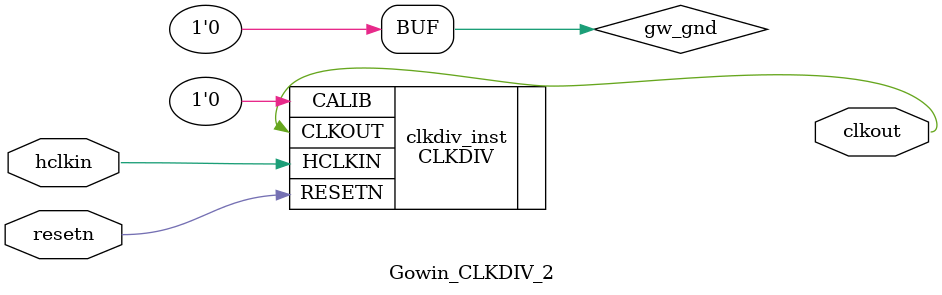
<source format=v>

module Gowin_CLKDIV_2 (clkout, hclkin, resetn);

output clkout;
input hclkin;
input resetn;

wire gw_gnd;

assign gw_gnd = 1'b0;

CLKDIV clkdiv_inst (
    .CLKOUT(clkout),
    .HCLKIN(hclkin),
    .RESETN(resetn),
    .CALIB(gw_gnd)
);

defparam clkdiv_inst.DIV_MODE = "2";
defparam clkdiv_inst.GSREN = "false";

endmodule //Gowin_CLKDIV_2

</source>
